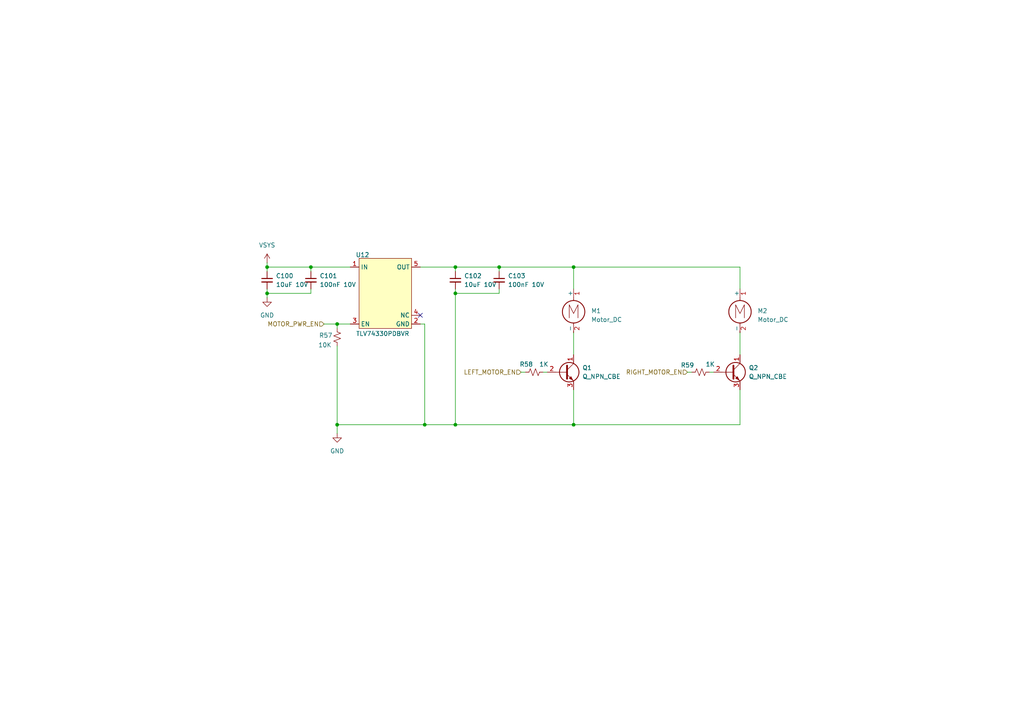
<source format=kicad_sch>
(kicad_sch (version 20250114) (generator "eeschema") (generator_version "9.0")
  (paper "A4")
  (lib_symbols
    (symbol "Device:R_Small_US" (pin_numbers (hide yes)) (pin_names (offset 0.254) (hide yes))
      (property "Reference" "R" (at 0.762 0.508 0))
      (property "Value" "R_Small_US" (at 0.762 -1.016 0))
      (symbol "R_Small_US_1_1"
        (polyline (pts (xy 0 1.524) (xy 1.016 1.143) (xy 0 0.762) (xy -1.016 0.381) (xy 0 0)))
        (polyline (pts (xy 0 0) (xy 1.016 -0.381) (xy 0 -0.762) (xy -1.016 -1.143) (xy 0 -1.524)))
        (pin passive line (at 0 2.54 270) (length 1.016) (name "~") (number "1"))
        (pin passive line (at 0 -2.54 90) (length 1.016) (name "~") (number "2"))
      )
    )
    (symbol "Motor:Motor_DC" (pin_names (offset 0))
      (property "Reference" "M" (at 2.54 2.54 0))
      (property "Value" "Motor_DC" (at 2.54 -5.08 0))
      (symbol "Motor_DC_0_0"
        (polyline (pts (xy -1.27 -3.302) (xy -1.27 0.508) (xy 0 -2.032) (xy 1.27 0.508) (xy 1.27 -3.302)))
      )
      (symbol "Motor_DC_0_1"
        (polyline (pts (xy 0 2.032) (xy 0 2.54)))
        (polyline (pts (xy 0 1.7272) (xy 0 2.0828)))
        (circle (center 0 -1.524) (radius 3.2512) (stroke (width 0.254)))
        (polyline (pts (xy 0 -4.7752) (xy 0 -5.1816)))
        (polyline (pts (xy 0 -7.62) (xy 0 -7.112)))
      )
      (symbol "Motor_DC_1_1"
        (pin passive line (at 0 5.08 270) (length 2.54) (name "+") (number "1"))
        (pin passive line (at 0 -7.62 90) (length 2.54) (name "-") (number "2"))
      )
    )
    (symbol "TLV74330PDBVR_1"
      (property "Reference" "U" (at 0.762 0.762 0))
      (property "Value" "TLV74330PDBVR" (at 6.858 -21.336 0))
      (symbol "TLV74330PDBVR_1_0_1"
        (rectangle (start 0 0) (end 15.24 -20.32) (fill (type background)))
      )
      (symbol "TLV74330PDBVR_1_1_1"
        (pin power_in line (at -2.54 -2.54 0) (length 2.54) (name "IN") (number "1"))
        (pin input line (at -2.54 -19.05 0) (length 2.54) (name "EN") (number "3"))
        (pin power_out line (at 17.78 -2.54 180) (length 2.54) (name "OUT") (number "5"))
        (pin passive line (at 17.78 -16.51 180) (length 2.54) (name "NC") (number "4"))
        (pin power_in line (at 17.78 -19.05 180) (length 2.54) (name "GND") (number "2"))
      )
    )
    (symbol "Transistor_BJT:Q_NPN_CBE" (pin_names (offset 0) (hide yes))
      (property "Reference" "Q" (at 5.08 1.27 0))
      (property "Value" "Q_NPN_CBE" (at 5.08 -1.27 0))
      (symbol "Q_NPN_CBE_0_1"
        (polyline (pts (xy -2.54 0) (xy 0.635 0)))
        (polyline (pts (xy 0.635 1.905) (xy 0.635 -1.905)) (stroke (width 0.508)))
        (circle (center 1.27 0) (radius 2.8194) (stroke (width 0.254)))
      )
      (symbol "Q_NPN_CBE_1_1"
        (polyline (pts (xy 0.635 0.635) (xy 2.54 2.54)))
        (polyline (pts (xy 0.635 -0.635) (xy 2.54 -2.54)))
        (polyline (pts (xy 1.27 -1.778) (xy 1.778 -1.27) (xy 2.286 -2.286) (xy 1.27 -1.778)) (fill (type outline)))
        (pin input line (at -5.08 0 0) (length 2.54) (name "B") (number "2"))
        (pin passive line (at 2.54 5.08 270) (length 2.54) (name "C") (number "1"))
        (pin passive line (at 2.54 -5.08 90) (length 2.54) (name "E") (number "3"))
      )
    )
    (symbol "power:GND" (power) (pin_numbers (hide yes)) (pin_names (offset 0) (hide yes))
      (property "Value" "GND" (at 0 -3.81 0))
      (symbol "GND_0_1"
        (polyline (pts (xy 0 0) (xy 0 -1.27) (xy 1.27 -1.27) (xy 0 -2.54) (xy -1.27 -1.27) (xy 0 -1.27)))
      )
      (symbol "GND_1_1"
        (pin power_in line (at 0 0 270) (length 0) (name "~") (number "1"))
      )
    )
    (symbol "power:VCC" (power) (pin_numbers (hide yes)) (pin_names (offset 0) (hide yes))
      (property "Value" "VCC" (at 0 3.556 0))
      (symbol "VCC_0_1"
        (polyline (pts (xy -0.762 1.27) (xy 0 2.54)))
        (polyline (pts (xy 0 2.54) (xy 0.762 1.27)))
        (polyline (pts (xy 0 0) (xy 0 2.54)))
      )
      (symbol "VCC_1_1"
        (pin power_in line (at 0 0 90) (length 0) (name "~") (number "1"))
      )
    )
    (symbol "symbol-library-capacitors:CC0402KRX7R6BB104" (pin_numbers (hide yes)) (pin_names (offset 0.254) (hide yes))
      (property "Reference" "C" (at 0.254 1.778 0))
      (property "Value" "100nF 10V" (at 0.254 -2.032 0))
      (symbol "CC0402KRX7R6BB104_0_1"
        (polyline (pts (xy -1.524 0.508) (xy 1.524 0.508)) (stroke (width 0.3048)))
        (polyline (pts (xy -1.524 -0.508) (xy 1.524 -0.508)) (stroke (width 0.3302)))
      )
      (symbol "CC0402KRX7R6BB104_1_1"
        (pin passive line (at 0 2.54 270) (length 2.032) (name "~") (number "1"))
        (pin passive line (at 0 -2.54 90) (length 2.032) (name "~") (number "2"))
      )
    )
    (symbol "symbol-library-capacitors:CC0603MRX5R6BB106" (pin_numbers (hide yes)) (pin_names (offset 0.254) (hide yes))
      (property "Reference" "C" (at 0.254 1.778 0))
      (property "Value" "10uF 10V" (at 0.254 -2.032 0))
      (symbol "CC0603MRX5R6BB106_0_1"
        (polyline (pts (xy -1.524 0.508) (xy 1.524 0.508)) (stroke (width 0.3048)))
        (polyline (pts (xy -1.524 -0.508) (xy 1.524 -0.508)) (stroke (width 0.3302)))
      )
      (symbol "CC0603MRX5R6BB106_1_1"
        (pin passive line (at 0 2.54 270) (length 2.032) (name "~") (number "1"))
        (pin passive line (at 0 -2.54 90) (length 2.032) (name "~") (number "2"))
      )
    )
  )
  (junction (at 123.19 123.19))
  (junction (at 166.37 123.19))
  (junction (at 144.78 77.47))
  (junction (at 77.47 85.09))
  (junction (at 166.37 77.47))
  (junction (at 97.79 123.19))
  (junction (at 97.79 93.98))
  (junction (at 132.08 123.19))
  (junction (at 77.47 77.47))
  (junction (at 132.08 77.47))
  (junction (at 90.17 77.47))
  (junction (at 132.08 85.09))
  (no_connect (at 121.92 91.44))
  (wire (pts (xy 132.08 77.47) (xy 132.08 78.74)))
  (wire (pts (xy 166.37 77.47) (xy 166.37 83.82)))
  (wire (pts (xy 144.78 77.47) (xy 132.08 77.47)))
  (wire (pts (xy 144.78 77.47) (xy 144.78 78.74)))
  (wire (pts (xy 166.37 123.19) (xy 214.63 123.19)))
  (wire (pts (xy 123.19 123.19) (xy 132.08 123.19)))
  (wire (pts (xy 121.92 77.47) (xy 132.08 77.47)))
  (wire (pts (xy 90.17 83.82) (xy 90.17 85.09)))
  (wire (pts (xy 144.78 85.09) (xy 132.08 85.09)))
  (wire (pts (xy 97.79 123.19) (xy 97.79 125.73)))
  (wire (pts (xy 90.17 85.09) (xy 77.47 85.09)))
  (wire (pts (xy 166.37 113.03) (xy 166.37 123.19)))
  (wire (pts (xy 132.08 123.19) (xy 166.37 123.19)))
  (wire (pts (xy 144.78 83.82) (xy 144.78 85.09)))
  (wire (pts (xy 93.98 93.98) (xy 97.79 93.98)))
  (wire (pts (xy 132.08 85.09) (xy 132.08 123.19)))
  (wire (pts (xy 144.78 77.47) (xy 166.37 77.47)))
  (wire (pts (xy 205.74 107.95) (xy 207.01 107.95)))
  (wire (pts (xy 90.17 77.47) (xy 90.17 78.74)))
  (wire (pts (xy 90.17 77.47) (xy 101.6 77.47)))
  (wire (pts (xy 166.37 77.47) (xy 214.63 77.47)))
  (wire (pts (xy 214.63 113.03) (xy 214.63 123.19)))
  (wire (pts (xy 77.47 77.47) (xy 77.47 78.74)))
  (wire (pts (xy 151.13 107.95) (xy 152.4 107.95)))
  (wire (pts (xy 97.79 93.98) (xy 101.6 93.98)))
  (wire (pts (xy 77.47 86.36) (xy 77.47 85.09)))
  (wire (pts (xy 77.47 76.2) (xy 77.47 77.47)))
  (wire (pts (xy 121.92 93.98) (xy 123.19 93.98)))
  (wire (pts (xy 214.63 77.47) (xy 214.63 83.82)))
  (wire (pts (xy 166.37 96.52) (xy 166.37 102.87)))
  (wire (pts (xy 214.63 96.52) (xy 214.63 102.87)))
  (wire (pts (xy 157.48 107.95) (xy 158.75 107.95)))
  (wire (pts (xy 97.79 93.98) (xy 97.79 95.25)))
  (wire (pts (xy 199.39 107.95) (xy 200.66 107.95)))
  (wire (pts (xy 123.19 123.19) (xy 97.79 123.19)))
  (wire (pts (xy 97.79 100.33) (xy 97.79 123.19)))
  (wire (pts (xy 90.17 77.47) (xy 77.47 77.47)))
  (wire (pts (xy 123.19 93.98) (xy 123.19 123.19)))
  (wire (pts (xy 132.08 83.82) (xy 132.08 85.09)))
  (wire (pts (xy 77.47 83.82) (xy 77.47 85.09)))
  (hierarchical_label "MOTOR_PWR_EN" (shape input) (at 93.98 93.98 180))
  (hierarchical_label "LEFT_MOTOR_EN" (shape input) (at 151.13 107.95 180))
  (hierarchical_label "RIGHT_MOTOR_EN" (shape input) (at 199.39 107.95 180))
  (symbol (lib_id "power:GND") (at 77.47 86.36 0) (unit 1)
    (property "Reference" "#PWR0143" (effects (hide yes)))
    (property "Value" "GND" (at 77.47 91.44 0))
    (property "Description" "Power symbol creates a global label with name \"GND\" , ground" (effects (hide yes)))
  )
  (symbol (lib_id "power:VCC") (at 77.47 76.2 0) (unit 1)
    (property "Reference" "#PWR0142" (effects (hide yes)))
    (property "Value" "VSYS" (at 77.47 71.12 0))
    (property "Description" "Power symbol creates a global label with name \"VCC\"" (effects (hide yes)))
  )
  (symbol (lib_id "Device:R_Small_US") (at 97.79 97.79 180) (unit 1)
    (property "Reference" "R57" (at 94.488 97.282 0))
    (property "Value" "10K" (at 94.234 100.076 0))
    (property "Description" "Resistor, small US symbol" (effects (hide yes)))
  )
  (symbol (lib_id "symbol-library-capacitors:CC0402KRX7R6BB104") (at 144.78 81.28 0) (unit 1)
    (property "Reference" "C103" (at 147.32 80.0162 0) (effects (justify left)))
    (property "Value" "100nF 10V" (at 147.32 82.5562 0) (effects (justify left)))
    (property "Footprint" "Capacitor_SMD:C_0402_1005Metric" (effects (hide yes)))
    (property "Description" "Unpolarized capacitor, small symbol" (effects (hide yes)))
  )
  (symbol (lib_id "power:GND") (at 97.79 125.73 0) (unit 1)
    (property "Reference" "#PWR0144" (effects (hide yes)))
    (property "Value" "GND" (at 97.79 130.81 0))
    (property "Description" "Power symbol creates a global label with name \"GND\" , ground" (effects (hide yes)))
  )
  (symbol (lib_id "Device:R_Small_US") (at 154.94 107.95 90) (unit 1)
    (property "Reference" "R58" (at 152.654 105.664 90))
    (property "Value" "1K" (at 157.734 105.664 90))
    (property "Description" "Resistor, small US symbol" (effects (hide yes)))
  )
  (symbol (lib_id "Motor:Motor_DC") (at 166.37 88.9 0) (unit 1)
    (property "Reference" "M1" (at 171.45 90.1699 0) (effects (justify left)))
    (property "Value" "Motor_DC" (at 171.45 92.7099 0) (effects (justify left)))
    (property "Description" "DC Motor" (effects (hide yes)))
  )
  (symbol (lib_id "Transistor_BJT:Q_NPN_CBE") (at 163.83 107.95 0) (unit 1)
    (property "Reference" "Q1" (at 168.91 106.6799 0) (effects (justify left)))
    (property "Value" "Q_NPN_CBE" (at 168.91 109.2199 0) (effects (justify left)))
    (property "Description" "NPN transistor, collector/base/emitter" (effects (hide yes)))
  )
  (symbol (lib_id "symbol-library-capacitors:CC0402KRX7R6BB104") (at 90.17 81.28 0) (unit 1)
    (property "Reference" "C101" (at 92.71 80.0162 0) (effects (justify left)))
    (property "Value" "100nF 10V" (at 92.71 82.5562 0) (effects (justify left)))
    (property "Footprint" "Capacitor_SMD:C_0402_1005Metric" (effects (hide yes)))
    (property "Description" "Unpolarized capacitor, small symbol" (effects (hide yes)))
  )
  (symbol (lib_id "Device:R_Small_US") (at 203.2 107.95 90) (unit 1)
    (property "Reference" "R59" (at 199.39 105.918 90))
    (property "Value" "1K" (at 205.994 105.664 90))
    (property "Description" "Resistor, small US symbol" (effects (hide yes)))
  )
  (symbol (lib_id "symbol-library-capacitors:CC0603MRX5R6BB106") (at 132.08 81.28 0) (unit 1)
    (property "Reference" "C102" (at 134.62 80.0162 0) (effects (justify left)))
    (property "Value" "10uF 10V" (at 134.62 82.5562 0) (effects (justify left)))
    (property "Footprint" "Capacitor_SMD:C_0603_1608Metric" (effects (hide yes)))
    (property "Description" "Unpolarized capacitor, small symbol" (effects (hide yes)))
  )
  (symbol (lib_id "symbol-library-capacitors:CC0603MRX5R6BB106") (at 77.47 81.28 0) (unit 1)
    (property "Reference" "C100" (at 80.01 80.0162 0) (effects (justify left)))
    (property "Value" "10uF 10V" (at 80.01 82.5562 0) (effects (justify left)))
    (property "Footprint" "Capacitor_SMD:C_0603_1608Metric" (effects (hide yes)))
    (property "Description" "Unpolarized capacitor, small symbol" (effects (hide yes)))
  )
  (symbol (lib_id "Transistor_BJT:Q_NPN_CBE") (at 212.09 107.95 0) (unit 1)
    (property "Reference" "Q2" (at 217.17 106.6799 0) (effects (justify left)))
    (property "Value" "Q_NPN_CBE" (at 217.17 109.2199 0) (effects (justify left)))
    (property "Description" "NPN transistor, collector/base/emitter" (effects (hide yes)))
  )
  (symbol (lib_name "TLV74330PDBVR_1") (lib_id "symbol-library:TLV74330PDBVR") (at 104.14 74.93 0) (unit 1)
    (property "Reference" "U12" (at 105.156 73.914 0))
    (property "Value" "TLV74330PDBVR" (at 110.998 96.774 0))
    (property "Footprint" "footprint-library:TLV74330PDBVR" (effects (hide yes)))
  )
  (symbol (lib_id "Motor:Motor_DC") (at 214.63 88.9 0) (unit 1)
    (property "Reference" "M2" (at 219.71 90.1699 0) (effects (justify left)))
    (property "Value" "Motor_DC" (at 219.71 92.7099 0) (effects (justify left)))
    (property "Description" "DC Motor" (effects (hide yes)))
  )
)
</source>
